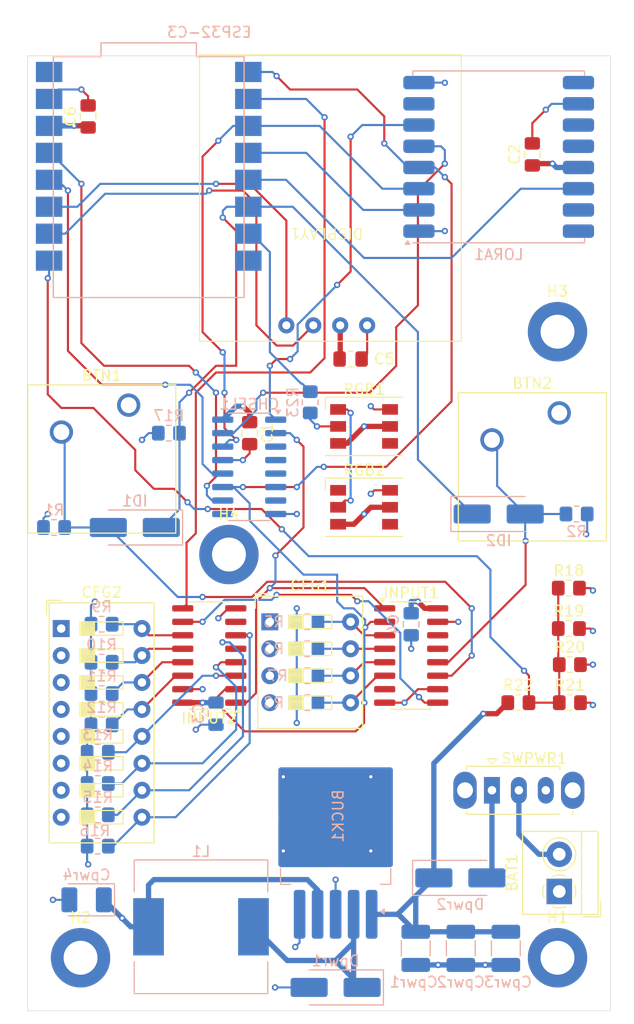
<source format=kicad_pcb>
(kicad_pcb (version 20221018) (generator pcbnew)
  (layers (0 "F.Cu" signal) (1 "In1.Cu" signal) (2 "In2.Cu" signal) (31 "B.Cu" signal) (34 "B.Paste" user) (35 "F.Paste" user) (36 "B.SilkS" user "B.Silkscreen") (37 "F.SilkS" user "F.Silkscreen") (38 "B.Mask" user) (39 "F.Mask" user) (44 "Edge.Cuts" user))
  (net 0 "")
  (net 1 "GND")
  (net 2 "VCC")
  (net 3 "Net-(ID1-A)")
  (net 4 "Net-(ID2-A)")
  (net 5 "/Power/VBATT")
  (net 6 "Net-(DISPLAY1-SCL)")
  (net 7 "Net-(DISPLAY1-SDA)")
  (net 8 "/INPUT_INT")
  (net 9 "/CLK")
  (net 10 "/LORA_INT")
  (net 11 "/Input/~{PL}")
  (net 12 "/Input/DO")
  (net 13 "Net-(BUCK1-OUT)")
  (net 14 "Net-(INPUT1-D7)")
  (net 15 "Net-(INPUT1-D6)")
  (net 16 "Net-(INPUT1-D5)")
  (net 17 "Net-(INPUT1-D4)")
  (net 18 "Net-(INPUT2-D7)")
  (net 19 "Net-(INPUT2-D6)")
  (net 20 "Net-(INPUT2-D5)")
  (net 21 "Net-(INPUT2-D4)")
  (net 22 "Net-(INPUT2-D3)")
  (net 23 "Net-(INPUT2-D2)")
  (net 24 "Net-(INPUT2-D1)")
  (net 25 "Net-(INPUT2-D0)")
  (net 27 "Net-(INPUT1-Q7)")
  (net 29 "Net-(CHSEL1-QB)")
  (net 36 "Net-(CHSEL1-~{SRCLR})")
  (net 37 "Net-(CHSEL1-RCLK)")
  (net 38 "Net-(CHSEL1-SER)")
  (net 39 "Net-(CHSEL1-QA)")
  (net 40 "Net-(ESP32-C3-GPIO0)")
  (net 42 "Net-(ESP32-C3-GPIO8)")
  (net 43 "Net-(ESP32-C3-GPIO20)")
  (net 51 "Net-(RGB1-DOUT)")
  (net 56 "Net-(Dpwr2-A)")
  (net 57 "Net-(INPUT1-D2)")
  (net 58 "Net-(INPUT1-D3)")
  (net 59 "Net-(BAT1-Pin_2)")
  (net 60 "Net-(RGB1-DIN)")
  (footprint "Capacitor_SMD:C_0805_2012Metric_Pad1.18x1.45mm_HandSolder" (layer "F.Cu") (at 130.955 85.56 -90)
    (fp_text reference "C1")
    (fp_text value "10nF")
  )
  (footprint "MountingHole:MountingHole_3.2mm_M3_DIN965_Pad" (layer "F.Cu") (at 160 76)
    (fp_text reference "H3")
    (fp_text value "MountingHole_Pad")
  )
  (footprint "Capacitor_SMD:C_0805_2012Metric_Pad1.18x1.45mm_HandSolder" (layer "F.Cu") (at 115.715 55.715 90)
    (fp_text reference "C6")
    (fp_text value "10nF")
  )
  (footprint "Button_Switch_Keyboard:SW_Cherry_MX_1.00u_PCB" (layer "F.Cu") (at 119.54 82.92)
    (fp_text reference "BTN1")
    (fp_text value "SW_Push")
  )
  (footprint "Resistor_SMD:R_0805_2012Metric_Pad1.20x1.40mm_HandSolder" (layer "F.Cu") (at 161.07 103.975)
    (fp_text reference "R19")
    (fp_text value "10k")
  )
  (footprint "Capacitor_SMD:C_0805_2012Metric_Pad1.18x1.45mm_HandSolder" (layer "F.Cu") (at 140.48 78.575)
    (fp_text reference "C5")
    (fp_text value "10nF")
  )
  (footprint "Package_SO:SOP-16_3.9x9.9mm_P1.27mm" (layer "F.Cu") (at 127.145 106.515 180)
    (fp_text reference "INPUT2")
    (fp_text value "74HC165")
  )
  (footprint "Resistor_SMD:R_0805_2012Metric_Pad1.20x1.40mm_HandSolder" (layer "F.Cu") (at 161.165 110.96)
    (fp_text reference "R21")
    (fp_text value "10k")
  )
  (footprint "Resistor_SMD:R_0805_2012Metric_Pad1.20x1.40mm_HandSolder" (layer "F.Cu") (at 161.165 107.375)
    (fp_text reference "R20")
    (fp_text value "10k")
  )
  (footprint "Capacitor_SMD:C_0805_2012Metric_Pad1.18x1.45mm_HandSolder" (layer "F.Cu") (at 157.625 59.2925 90)
    (fp_text reference "C2")
    (fp_text value "10nF")
  )
  (footprint "MountingHole:MountingHole_3.2mm_M3_DIN965_Pad" (layer "F.Cu") (at 115 135)
    (fp_text reference "H2")
    (fp_text value "MountingHole_Pad")
  )
  (footprint "Package_SO:SOP-16_3.9x9.9mm_P1.27mm" (layer "F.Cu") (at 146.195 106.515)
    (fp_text reference "INPUT1")
    (fp_text value "74HC165")
  )
  (footprint "Button_Switch_THT:SW_DIP_SPSTx04_Slide_9.78x12.34mm_W7.62mm_P2.54mm" (layer "F.Cu") (at 132.86 103.34)
    (fp_text reference "CFG1")
    (fp_text value "SW_DIP_x04")
  )
  (footprint "xandy1:SSD1315 I2C THT" (layer "F.Cu") (at 138.225 76.9 180)
    (fp_text reference "DISPLAY1")
    (fp_text value "SSD1315")
  )
  (footprint "LED_SMD:LED_WS2812_PLCC6_5.0x5.0mm_P1.6mm" (layer "F.Cu") (at 141.75 92.545)
    (fp_text reference "RGB2")
    (fp_text value "WS2812")
  )
  (footprint "Resistor_SMD:R_0805_2012Metric_Pad1.20x1.40mm_HandSolder" (layer "F.Cu") (at 161.07 100.165)
    (fp_text reference "R18")
    (fp_text value "10k")
  )
  (footprint "Resistor_SMD:R_0805_2012Metric_Pad1.20x1.40mm_HandSolder" (layer "F.Cu") (at 156.3075 110.96)
    (fp_text reference "R22")
    (fp_text value "10k")
  )
  (footprint "MountingHole:MountingHole_3.2mm_M3_DIN965_Pad" (layer "F.Cu") (at 129 97)
    (fp_text reference "H4")
    (fp_text value "MountingHole_Pad")
  )
  (footprint "xandy1:POWERSWITCH SLIDE THT" (layer "F.Cu") (at 153.815 119.215)
    (fp_text reference "SWPWR1")
    (fp_text value "SW_SPDT")
  )
  (footprint "Button_Switch_THT:SW_DIP_SPSTx08_Slide_9.78x22.5mm_W7.62mm_P2.54mm" (layer "F.Cu") (at 113.175 103.975)
    (fp_text reference "CFG2")
    (fp_text value "SW_DIP_x08")
  )
  (footprint "MountingHole:MountingHole_3.2mm_M3_DIN965_Pad" (layer "F.Cu") (at 160 135)
    (fp_text reference "H1")
    (fp_text value "MountingHole_Pad")
  )
  (footprint "LED_SMD:LED_WS2812_PLCC6_5.0x5.0mm_P1.6mm" (layer "F.Cu") (at 141.75 84.925)
    (fp_text reference "RGB1")
    (fp_text value "WS2812")
  )
  (footprint "Button_Switch_Keyboard:SW_Cherry_MX_1.00u_PCB" (layer "F.Cu") (at 160.165 83.655)
    (fp_text reference "BTN2")
    (fp_text value "SW_Push")
  )
  (footprint "TerminalBlock_4Ucon:TerminalBlock_4Ucon_1x02_P3.50mm_Horizontal" (layer "F.Cu") (at 160.165 128.75 90)
    (fp_text reference "BAT1")
    (fp_text value "Screw_Terminal_01x02")
  )
  (footprint "Capacitor_SMD:C_1210_3225Metric_Pad1.33x2.70mm_HandSolder" (layer "B.Cu") (at 146.625 134.1125 -90)
    (fp_text reference "Cpwr1")
    (fp_text value "47uF")
  )
  (footprint "Diode_SMD:D_SMA_Handsoldering" (layer "B.Cu") (at 154.45 93.18)
    (fp_text reference "ID2")
    (fp_text value "D_Schottky")
  )
  (footprint "Diode_SMD:D_SMA_Handsoldering" (layer "B.Cu") (at 139.065 137.795 180)
    (fp_text reference "Dpwr1")
    (fp_text value "D_Schottky")
  )
  (footprint "Resistor_SMD:R_0805_2012Metric_Pad1.20x1.40mm_HandSolder" (layer "B.Cu") (at 112.5 94.45 180)
    (fp_text reference "R1")
    (fp_text value "10k")
  )
  (footprint "Resistor_SMD:R_0805_2012Metric_Pad1.20x1.40mm_HandSolder" (layer "B.Cu") (at 116.985 113.05 180)
    (fp_text reference "R12")
    (fp_text value "10k")
  )
  (footprint "Package_TO_SOT_SMD:TO-263-5_TabPin3" (layer "B.Cu") (at 139.065 123.255 90)
    (fp_text reference "BUCK1")
    (fp_text value "LM2596S-3.3")
  )
  (footprint "Resistor_SMD:R_0805_2012Metric_Pad1.20x1.40mm_HandSolder" (layer "B.Cu") (at 123.335 85.56 180)
    (fp_text reference "R17")
    (fp_text value "10k")
  )
  (footprint "Resistor_SMD:R_0805_2012Metric_Pad1.20x1.40mm_HandSolder" (layer "B.Cu") (at 116.62 118.58 180)
    (fp_text reference "R14")
    (fp_text value "10k")
  )
  (footprint "Resistor_SMD:R_0805_2012Metric_Pad1.20x1.40mm_HandSolder" (layer "B.Cu") (at 116.985 107.15 180)
    (fp_text reference "R10")
    (fp_text value "10k")
  )
  (footprint "Diode_SMD:D_SMA_Handsoldering" (layer "B.Cu") (at 120.12 94.45 180)
    (fp_text reference "ID1")
    (fp_text value "D_Schottky")
  )
  (footprint "Diode_SMD:D_SMA_Handsoldering" (layer "B.Cu") (at 150.835 127.47)
    (fp_text reference "Dpwr2")
    (fp_text value "D_Schottky")
  )
  (footprint "Resistor_SMD:R_0805_2012Metric_Pad1.20x1.40mm_HandSolder" (layer "B.Cu") (at 136.67 82.655 -90)
    (fp_text reference "R23")
    (fp_text value "0")
  )
  (footprint "Resistor_SMD:R_0805_2012Metric_Pad1.20x1.40mm_HandSolder" (layer "B.Cu") (at 136.4 105.88 180)
    (fp_text reference "R6")
    (fp_text value "10k")
  )
  (footprint "Capacitor_SMD:C_1210_3225Metric_Pad1.33x2.70mm_HandSolder" (layer "B.Cu") (at 150.875 134.1125 -90)
    (fp_text reference "Cpwr2")
    (fp_text value "47uF")
  )
  (footprint "Resistor_SMD:R_0805_2012Metric_Pad1.20x1.40mm_HandSolder" (layer "B.Cu") (at 116.62 115.63 180)
    (fp_text reference "R13")
    (fp_text value "10k")
  )
  (footprint "Inductor_SMD:L_12x12mm_H6mm" (layer "B.Cu") (at 126.365 132.08 180)
    (fp_text reference "L1")
    (fp_text value "33H")
  )
  (footprint "Resistor_SMD:R_0805_2012Metric_Pad1.20x1.40mm_HandSolder" (layer "B.Cu") (at 161.8 93.18)
    (fp_text reference "R2")
    (fp_text value "10k")
  )
  (footprint "Capacitor_Tantalum_SMD:CP_EIA-3528-21_Kemet-B_Pad1.50x2.35mm_HandSolder" (layer "B.Cu") (at 115.57 129.54 180)
    (fp_text reference "Cpwr4")
    (fp_text value "220uF")
  )
  (footprint "Resistor_SMD:R_0805_2012Metric_Pad1.20x1.40mm_HandSolder" (layer "B.Cu") (at 116.985 103.565 180)
    (fp_text reference "R9")
    (fp_text value "10k")
  )
  (footprint "RF_Module:HOPERF_RFM9XW_SMD" (layer "B.Cu") (at 154.45 59.525)
    (fp_text reference "LORA1")
    (fp_text value "RFM95W-915S2")
  )
  (footprint "Package_SO:SOP-16_3.9x9.9mm_P1.27mm" (layer "B.Cu") (at 130.915 88.735 180)
    (fp_text reference "CHSEL1")
    (fp_text value "74HC595")
  )
  (footprint "Capacitor_SMD:C_0805_2012Metric_Pad1.18x1.45mm_HandSolder" (layer "B.Cu") (at 146.195 103.5725 -90)
    (fp_text reference "C4")
    (fp_text value "10nF")
  )
  (footprint "Capacitor_SMD:C_1210_3225Metric_Pad1.33x2.70mm_HandSolder" (layer "B.Cu") (at 155.125 134.1125 -90)
    (fp_text reference "Cpwr3")
    (fp_text value "47uF")
  )
  (footprint "xandy1:MODULE_ESP32-C3_SUPERMINI SMD" (layer "B.Cu") (at 121.43 61.43 180)
    (fp_text reference "ESP32-C3")
    (fp_text value "ESP32-C3_SUPERMINI")
  )
  (footprint "Resistor_SMD:R_0805_2012Metric_Pad1.20x1.40mm_HandSolder" (layer "B.Cu") (at 116.62 124.48 180)
    (fp_text reference "R16")
    (fp_text value "10k")
  )
  (footprint "Resistor_SMD:R_0805_2012Metric_Pad1.20x1.40mm_HandSolder" (layer "B.Cu") (at 116.985 110.1 180)
    (fp_text reference "R11")
    (fp_text value "10k")
  )
  (footprint "Resistor_SMD:R_0805_2012Metric_Pad1.20x1.40mm_HandSolder" (layer "B.Cu") (at 136.4 108.42 180)
    (fp_text reference "R7")
    (fp_text value "10k")
  )
  (footprint "Resistor_SMD:R_0805_2012Metric_Pad1.20x1.40mm_HandSolder" (layer "B.Cu") (at 116.62 121.53 180)
    (fp_text reference "R15")
    (fp_text value "10k")
  )
  (footprint "Resistor_SMD:R_0805_2012Metric_Pad1.20x1.40mm_HandSolder" (layer "B.Cu") (at 136.4 110.96 180)
    (fp_text reference "R8")
    (fp_text value "10k")
  )
  (footprint "Resistor_SMD:R_0805_2012Metric_Pad1.20x1.40mm_HandSolder" (layer "B.Cu") (at 136.4 103.34 180)
    (fp_text reference "R5")
    (fp_text value "10k")
  )
  (footprint "Capacitor_SMD:C_0805_2012Metric_Pad1.18x1.45mm_HandSolder" (layer "B.Cu") (at 127.78 111.9975 -90)
    (fp_text reference "C3")
    (fp_text value "10nF")
  )
  (gr_rect (start 110 50) (end 165 140) (stroke (width 0.05)) (fill none) (layer "Edge.Cuts"))
  (segment (start 157.625 58.255) (end 157.625 56.35) (width 0.2) (layer "F.Cu") (net 1))
  (segment (start 142.039321 78.053179) (end 141.5175 78.575) (width 0.2) (layer "F.Cu") (net 1))
  (segment (start 162.07 100.165) (end 163.115 100.165) (width 0.2) (layer "F.Cu") (net 1))
  (segment (start 143.695 110.96) (end 145.56 110.96) (width 0.2) (layer "F.Cu") (net 1))
  (segment (start 124.645 109.69) (end 126.51 109.69) (width 0.2) (layer "F.Cu") (net 1))
  (segment (start 115.715 53.81) (end 115.08 53.175) (width 0.2) (layer "F.Cu") (net 1))
  (segment (start 130.955 86.5975) (end 130.955 87.465) (width 0.2) (layer "F.Cu") (net 1))
  (segment (start 163.115 110.96) (end 163.34 111.185) (width 0.2) (layer "F.Cu") (net 1))
  (segment (start 142.039321 75.4) (end 142.039321 78.053179) (width 0.2) (layer "F.Cu") (net 1))
  (segment (start 162.07 103.975) (end 163.115 103.975) (width 0.2) (layer "F.Cu") (net 1))
  (segment (start 163.115 103.975) (end 163.34 104.2) (width 0.2) (layer "F.Cu") (net 1))
  (segment (start 130.955 87.465) (end 130.32 88.1) (width 0.2) (layer "F.Cu") (net 1))
  (segment (start 148.695 103.34) (end 150.64 103.34) (width 0.2) (layer "F.Cu") (net 1))
  (segment (start 146.83 109.69) (end 145.56 110.96) (width 0.2) (layer "F.Cu") (net 1))
  (segment (start 157.625 56.35) (end 158.895 55.08) (width 0.2) (layer "F.Cu") (net 1))
  (segment (start 148.695 109.69) (end 146.83 109.69) (width 0.2) (layer "F.Cu") (net 1))
  (segment (start 162.165 107.375) (end 163.34 107.375) (width 0.2) (layer "F.Cu") (net 1))
  (segment (start 144.2 90.945) (end 142.715 90.945) (width 0.2) (layer "F.Cu") (net 1))
  (segment (start 142.715 90.945) (end 142.385 91.275) (width 0.2) (layer "F.Cu") (net 1))
  (segment (start 162.165 110.96) (end 163.115 110.96) (width 0.2) (layer "F.Cu") (net 1))
  (segment (start 128.93 102.07) (end 128 103) (width 0.2) (layer "F.Cu") (net 1))
  (segment (start 144.2 83.325) (end 142.69 83.325) (width 0.2) (layer "F.Cu") (net 1))
  (segment (start 115.715 54.6775) (end 115.715 53.81) (width 0.2) (layer "F.Cu") (net 1))
  (segment (start 142.69 83.325) (end 142.385 83.02) (width 0.2) (layer "F.Cu") (net 1))
  (segment (start 163.115 100.165) (end 163.34 100.39) (width 0.2) (layer "F.Cu") (net 1))
  (via (at 163.34 111.185) (size 0.6) (drill 0.3) (layers "F.Cu" "B.Cu") (net 1))
  (via (at 126.51 109.69) (size 0.6) (drill 0.3) (layers "F.Cu" "B.Cu") (net 1))
  (via (at 149.37 66.51) (size 0.6) (drill 0.3) (layers "F.Cu" "B.Cu") (net 1))
  (via (at 142.385 91.275) (size 0.6) (drill 0.3) (layers "F.Cu" "B.Cu") (net 1))
  (via (at 125.875 113.5) (size 0.6) (drill 0.3) (layers "F.Cu" "B.Cu") (net 1))
  (via (at 148.735 135.675) (size 0.6) (drill 0.3) (layers "F.Cu" "B.Cu") (net 1))
  (via (at 150.64 103.34) (size 0.6) (drill 0.3) (layers "F.Cu" "B.Cu") (net 1))
  (via (at 135.4 112.865) (size 0.6) (drill 0.3) (layers "F.Cu" "B.Cu") (net 1))
  (via (at 163.34 104.2) (size 0.6) (drill 0.3) (layers "F.Cu" "B.Cu") (net 1))
  (via (at 163.34 107.375) (size 0.6) (drill 0.3) (layers "F.Cu" "B.Cu") (net 1))
  (via (at 162.705 95.085) (size 0.6) (drill 0.3) (layers "F.Cu" "B.Cu") (net 1))
  (via (at 142.385 83.02) (size 0.6) (drill 0.3) (layers "F.Cu" "B.Cu") (net 1))
  (via (at 130.32 88.1) (size 0.6) (drill 0.3) (layers "F.Cu" "B.Cu") (net 1))
  (via (at 111.905 93.18) (size 0.6) (drill 0.3) (layers "F.Cu" "B.Cu") (net 1))
  (via (at 142.385 124.93) (size 0.6) (drill 0.3) (layers "F.Cu" "B.Cu") (net 1))
  (via (at 135.4 102.07) (size 0.6) (drill 0.3) (layers "F.Cu" "B.Cu") (net 1))
  (via (at 139.065 127.635) (size 0.6) (drill 0.3) (layers "F.Cu" "B.Cu") (net 1))
  (via (at 146.195 105.88) (size 0.6) (drill 0.3) (layers "F.Cu" "B.Cu") (net 1))
  (via (at 115.715 126.2) (size 0.6) (drill 0.3) (layers "F.Cu" "B.Cu") (net 1))
  (via (at 116.35 101.435) (size 0.6) (drill 0.3) (layers "F.Cu" "B.Cu") (net 1))
  (via (at 158.895 55.08) (size 0.6) (drill 0.3) (layers "F.Cu" "B.Cu") (net 1))
  (via (at 145.56 110.96) (size 0.6) (drill 0.3) (layers "F.Cu" "B.Cu") (net 1))
  (via (at 135.4 93.18) (size 0.6) (drill 0.3) (layers "F.Cu" "B.Cu") (net 1))
  (via (at 133.35 137.795) (size 0.6) (drill 0.3) (layers "F.Cu" "B.Cu") (net 1))
  (via (at 128 103) (size 0.6) (drill 0.3) (layers "F.Cu" "B.Cu") (net 1))
  (via (at 163.34 100.39) (size 0.6) (drill 0.3) (layers "F.Cu" "B.Cu") (net 1))
  (via (at 134.13 117.945) (size 0.6) (drill 0.3) (layers "F.Cu" "B.Cu") (net 1))
  (via (at 142.385 117.945) (size 0.6) (drill 0.3) (layers "F.Cu" "B.Cu") (net 1))
  (via (at 120.795 86.195) (size 0.6) (drill 0.3) (layers "F.Cu" "B.Cu") (net 1))
  (via (at 149.37 52.54) (size 0.6) (drill 0.3) (layers "F.Cu" "B.Cu") (net 1))
  (via (at 112.395 129.54) (size 0.6) (drill 0.3) (layers "F.Cu" "B.Cu") (net 1))
  (via (at 115.08 53.175) (size 0.6) (drill 0.3) (layers "F.Cu" "B.Cu") (net 1))
  (via (at 134.13 124.93) (size 0.6) (drill 0.3) (layers "F.Cu" "B.Cu") (net 1))
  (via (at 135.255 133.985) (size 0.6) (drill 0.3) (layers "F.Cu" "B.Cu") (net 1))
  (via (at 153.18 135.675) (size 0.6) (drill 0.3) (layers "F.Cu" "B.Cu") (net 1))
  (segment (start 148.735 135.675) (end 150.875 135.675) (width 0.5) (layer "B.Cu") (net 1))
  (segment (start 115.62 124.48) (end 115.62 121.53) (width 0.2) (layer "B.Cu") (net 1))
  (segment (start 162.8 93.18) (end 162.8 94.99) (width 0.2) (layer "B.Cu") (net 1))
  (segment (start 113.945 129.54) (end 112.395 129.54) (width 0.2) (layer "B.Cu") (net 1))
  (segment (start 115.62 118.58) (end 115.62 115.63) (width 0.2) (layer "B.Cu") (net 1))
  (segment (start 150.875 135.675) (end 153.18 135.675) (width 0.5) (layer "B.Cu") (net 1))
  (segment (start 149.355 66.525) (end 149.37 66.51) (width 0.2) (layer "B.Cu") (net 1))
  (segment (start 135.4 103.34) (end 135.4 102.07) (width 0.2) (layer "B.Cu") (net 1))
  (segment (start 115.985 103.565) (end 115.985 107.15) (width 0.2) (layer "B.Cu") (net 1))
  (segment (start 135.4 108.42) (end 135.4 110.96) (width 0.2) (layer "B.Cu") (net 1))
  (segment (start 149.355 52.525) (end 149.37 52.54) (width 0.2) (layer "B.Cu") (net 1))
  (segment (start 115.985 113.05) (end 115.985 110.1) (width 0.2) (layer "B.Cu") (net 1))
  (segment (start 115.08 53.175) (end 112.921 53.175) (width 0.2) (layer "B.Cu") (net 1))
  (segment (start 127.78 113.035) (end 126.34 113.035) (width 0.2) (layer "B.Cu") (net 1))
  (segment (start 133.415 93.18) (end 135.4 93.18) (width 0.2) (layer "B.Cu") (net 1))
  (segment (start 111.5 93.585) (end 111.905 93.18) (width 0.2) (layer "B.Cu") (net 1))
  (segment (start 115.62 115.63) (end 115.62 113.415) (width 0.2) (layer "B.Cu") (net 1))
  (segment (start 135.665 133.575) (end 135.255 133.985) (width 0.2) (layer "B.Cu") (net 1))
  (segment (start 135.665 130.905) (end 135.665 133.575) (width 0.2) (layer "B.Cu") (net 1))
  (segment (start 121.43 85.56) (end 120.795 86.195) (width 0.2) (layer "B.Cu") (net 1))
  (segment (start 159.45 54.525) (end 161.975 54.525) (width 0.2) (layer "B.Cu") (net 1))
  (segment (start 122.335 85.56) (end 121.43 85.56) (width 0.2) (layer "B.Cu") (net 1))
  (segment (start 111.5 94.45) (end 111.5 93.585) (width 0.2) (layer "B.Cu") (net 1))
  (segment (start 146.195 104.61) (end 146.195 105.88) (width 0.2) (layer "B.Cu") (net 1))
  (segment (start 115.985 101.8) (end 116.35 101.435) (width 0.2) (layer "B.Cu") (net 1))
  (segment (start 136.565 137.795) (end 133.35 137.795) (width 0.2) (layer "B.Cu") (net 1))
  (segment (start 146.925 66.525) (end 149.355 66.525) (width 0.2) (layer "B.Cu") (net 1))
  (segment (start 139.065 130.905) (end 139.065 127.635) (width 0.2) (layer "B.Cu") (net 1))
  (segment (start 135.4 110.96) (end 135.4 112.865) (width 0.2) (layer "B.Cu") (net 1))
  (segment (start 126.34 113.035) (end 125.875 113.5) (width 0.2) (layer "B.Cu") (net 1))
  (segment (start 135.4 105.88) (end 135.4 108.42) (width 0.2) (layer "B.Cu") (net 1))
  (segment (start 115.62 124.48) (end 115.62 126.105) (width 0.2) (layer "B.Cu") (net 1))
  (segment (start 130.32 88.1) (end 128.415 88.1) (width 0.2) (layer "B.Cu") (net 1))
  (segment (start 146.925 52.525) (end 149.355 52.525) (width 0.2) (layer "B.Cu") (net 1))
  (segment (start 115.985 103.565) (end 115.985 101.8) (width 0.2) (layer "B.Cu") (net 1))
  (segment (start 112.921 53.175) (end 112.032 54.064) (width 0.2) (layer "B.Cu") (net 1))
  (segment (start 146.625 135.675) (end 148.735 135.675) (width 0.5) (layer "B.Cu") (net 1))
  (segment (start 153.18 135.675) (end 155.125 135.675) (width 0.5) (layer "B.Cu") (net 1))
  (segment (start 158.895 55.08) (end 159.45 54.525) (width 0.2) (layer "B.Cu") (net 1))
  (segment (start 115.985 110.1) (end 115.985 107.15) (width 0.2) (layer "B.Cu") (net 1))
  (segment (start 115.62 126.105) (end 115.715 126.2) (width 0.2) (layer "B.Cu") (net 1))
  (segment (start 135.4 103.34) (end 135.4 105.88) (width 0.2) (layer "B.Cu") (net 1))
  (segment (start 162.8 94.99) (end 162.705 95.085) (width 0.2) (layer "B.Cu") (net 1))
  (segment (start 115.62 121.53) (end 115.62 118.58) (width 0.2) (layer "B.Cu") (net 1))
  (segment (start 139.3 86.525) (end 140.15 86.525) (width 0.5) (layer "F.Cu") (net 2))
  (segment (start 159.53 60.16) (end 157.795 60.16) (width 0.5) (layer "F.Cu") (net 2))
  (segment (start 130.955 83.655) (end 130.32 83.02) (width 0.5) (layer "F.Cu") (net 2))
  (segment (start 147.465 102.07) (end 146.83 101.435) (width 0.5) (layer "F.Cu") (net 2))
  (segment (start 144.2 84.925) (end 141.75 84.925) (width 0.5) (layer "F.Cu") (net 2))
  (segment (start 140.15 86.525) (end 141.75 84.925) (width 0.5) (layer "F.Cu") (net 2))
  (segment (start 148.695 102.07) (end 147.465 102.07) (width 0.5) (layer "F.Cu") (net 2))
  (segment (start 124.645 110.96) (end 126.51 110.96) (width 0.5) (layer "F.Cu") (net 2))
  (segment (start 142.385 92.545) (end 141.75 93.18) (width 0.5) (layer "F.Cu") (net 2))
  (segment (start 144.2 92.545) (end 142.385 92.545) (width 0.5) (layer "F.Cu") (net 2))
  (segment (start 114.384634 56.594498) (end 115.556998 56.594498) (width 0.5) (layer "F.Cu") (net 2))
  (segment (start 139.499321 75.4) (end 139.499321 78.518179) (width 0.5) (layer "F.Cu") (net 2))
  (segment (start 140.785 94.145) (end 141.75 93.18) (width 0.5) (layer "F.Cu") (net 2))
  (segment (start 130.955 84.5225) (end 130.955 83.655) (width 0.5) (layer "F.Cu") (net 2))
  (segment (start 139.3 94.145) (end 140.785 94.145) (width 0.5) (layer "F.Cu") (net 2))
  (via (at 141.75 84.925) (size 0.6) (drill 0.3) (layers "F.Cu" "B.Cu") (net 2))
  (via (at 118.9225 131.2675) (size 0.6) (drill 0.3) (layers "F.Cu" "B.Cu") (net 2))
  (via (at 114.384634 56.594498) (size 0.6) (drill 0.3) (layers "F.Cu" "B.Cu") (net 2))
  (via (at 130.32 83.02) (size 0.6) (drill 0.3) (layers "F.Cu" "B.Cu") (net 2))
  (via (at 146.83 101.435) (size 0.6) (drill 0.3) (layers "F.Cu" "B.Cu") (net 2))
  (via (at 159.53 60.16) (size 0.6) (drill 0.3) (layers "F.Cu" "B.Cu") (net 2))
  (via (at 141.75 93.18) (size 0.6) (drill 0.3) (layers "F.Cu" "B.Cu") (net 2))
  (via (at 126.51 110.96) (size 0.6) (drill 0.3) (layers "F.Cu" "B.Cu") (net 2))
  (segment (start 112.032 56.604) (end 114.375132 56.604) (width 0.5) (layer "B.Cu") (net 2))
  (segment (start 121.92 127.635) (end 121.415 128.14) (width 0.5) (layer "B.Cu") (net 2))
  (segment (start 129.685 83.02) (end 128.415 84.29) (width 0.5) (layer "B.Cu") (net 2))
  (segment (start 146.83 101.435) (end 146.195 101.435) (width 0.5) (layer "B.Cu") (net 2))
  (segment (start 119.735 132.08) (end 118.9225 131.2675) (width 0.5) (layer "B.Cu") (net 2))
  (segment (start 127.78 110.96) (end 126.51 110.96) (width 0.5) (layer "B.Cu") (net 2))
  (segment (start 114.375132 56.604) (end 114.384634 56.594498) (width 0.5) (layer "B.Cu") (net 2))
  (segment (start 121.415 132.08) (end 119.735 132.08) (width 0.5) (layer "B.Cu") (net 2))
  (segment (start 118.9225 131.2675) (end 117.195 129.54) (width 0.5) (layer "B.Cu") (net 2))
  (segment (start 137.365 130.905) (end 137.365 128.605) (width 0.5) (layer "B.Cu") (net 2))
  (segment (start 137.365 128.605) (end 136.395 127.635) (width 0.5) (layer "B.Cu") (net 2))
  (segment (start 159.895 60.525) (end 159.53 60.16) (width 0.5) (layer "B.Cu") (net 2))
  (segment (start 136.395 127.635) (end 121.92 127.635) (width 0.5) (layer "B.Cu") (net 2))
  (segment (start 146.195 102.535) (end 146.195 101.435) (width 0.5) (layer "B.Cu") (net 2))
  (segment (start 161.975 60.525) (end 159.895 60.525) (width 0.5) (layer "B.Cu") (net 2))
  (segment (start 121.415 128.14) (end 121.415 132.08) (width 0.5) (layer "B.Cu") (net 2))
  (segment (start 130.32 83.02) (end 129.685 83.02) (width 0.5) (layer "B.Cu") (net 2))
  (segment (start 148.695 108.42) (end 150.005 108.42) (width 0.2) (layer "F.Cu") (net 3))
  (segment (start 150.005 108.42) (end 151.91 106.515) (width 0.2) (layer "F.Cu") (net 3))
  (segment (start 126.51 101) (end 131.176471 101) (width 0.2) (layer "F.Cu") (net 3))
  (segment (start 132.611471 99.565) (end 149.405 99.565) (width 0.2) (layer "F.Cu") (net 3))
  (segment (start 149.405 99.565) (end 151.91 102.07) (width 0.2) (layer "F.Cu") (net 3))
  (segment (start 131.176471 101) (end 132.611471 99.565) (width 0.2) (layer "F.Cu") (net 3))
  (via (at 151.91 106.515) (size 0.6) (drill 0.3) (layers "F.Cu" "B.Cu") (net 3))
  (via (at 126.51 101) (size 0.6) (drill 0.3) (layers "F.Cu" "B.Cu") (net 3))
  (via (at 151.91 102.07) (size 0.6) (drill 0.3) (layers "F.Cu" "B.Cu") (net 3))
  (segment (start 113.5 94.45) (end 113.5 86.52) (width 0.2) (layer "B.Cu") (net 3))
  (segment (start 124.17 101) (end 117.62 94.45) (width 0.2) (layer "B.Cu") (net 3))
  (segment (start 113.5 94.45) (end 117.62 94.45) (width 0.2) (layer "B.Cu") (net 3))
  (segment (start 126.51 101) (end 124.17 101) (width 0.2) (layer "B.Cu") (net 3))
  (segment (start 151.91 106.515) (end 151.91 102.07) (width 0.2) (layer "B.Cu") (net 3))
  (segment (start 149.694999 107.15) (end 156.99 99.854999) (width 0.2) (layer "F.Cu") (net 4))
  (segment (start 156.99 99.854999) (end 156.99 95.72) (width 0.2) (layer "F.Cu") (net 4))
  (segment (start 148.695 107.15) (end 149.694999 107.15) (width 0.2) (layer "F.Cu") (net 4))
  (via (at 156.99 95.72) (size 0.6) (drill 0.3) (layers "F.Cu" "B.Cu") (net 4))
  (segment (start 156.95 93.18) (end 154.305 90.535) (width 0.2) (layer "B.Cu") (net 4))
  (segment (start 156.99 95.72) (end 156.95 95.68) (width 0.2) (layer "B.Cu") (net 4))
  (segment (start 154.305 90.535) (end 154.305 86.685) (width 0.2) (layer "B.Cu") (net 4))
  (segment (start 156.95 93.18) (end 160.8 93.18) (width 0.2) (layer "B.Cu") (net 4))
  (segment (start 156.95 95.68) (end 156.95 93.18) (width 0.2) (layer "B.Cu") (net 4))
  (segment (start 153 112) (end 154.2675 112) (width 0.5) (layer "F.Cu") (net 5))
  (segment (start 154.2675 112) (end 155.3075 110.96) (width 0.5) (layer "F.Cu") (net 5))
  (via (at 153 112) (size 0.6) (drill 0.3) (layers "F.Cu" "B.Cu") (net 5))
  (segment (start 148.335 127.47) (end 148.335 116.665) (width 0.5) (layer "B.Cu") (net 5))
  (segment (start 155.125 132.55) (end 150.875 132.55) (width 0.5) (layer "B.Cu") (net 5))
  (segment (start 144.98 130.905) (end 144.98 130.825) (width 0.5) (layer "B.Cu") (net 5))
  (segment (start 146.625 132.55) (end 144.98 130.905) (width 0.5) (layer "B.Cu") (net 5))
  (segment (start 148.335 127.47) (end 146.625 129.18) (width 0.5) (layer "B.Cu") (net 5))
  (segment (start 144.98 130.825) (end 146.625 129.18) (width 0.5) (layer "B.Cu") (net 5))
  (segment (start 148.335 116.665) (end 153 112) (width 0.5) (layer "B.Cu") (net 5))
  (segment (start 144.98 130.825) (end 144.9 130.905) (width 0.5) (layer "B.Cu") (net 5))
  (segment (start 144.9 130.905) (end 142.465 130.905) (width 0.5) (layer "B.Cu") (net 5))
  (segment (start 150.875 132.55) (end 146.625 132.55) (width 0.5) (layer "B.Cu") (net 5))
  (segment (start 146.625 129.18) (end 146.625 132.55) (width 0.5) (layer "B.Cu") (net 5))
  (segment (start 127.145 62.7) (end 130.32 62.7) (width 0.2) (layer "F.Cu") (net 6))
  (segment (start 130.32 62.7) (end 131.59 63.97) (width 0.2) (layer "F.Cu") (net 6))
  (segment (start 131.59 75.4) (end 133.495 77.305) (width 0.2) (layer "F.Cu") (net 6))
  (segment (start 135.054321 77.305) (end 136.959321 75.4) (width 0.2) (layer "F.Cu") (net 6))
  (segment (start 131.59 63.97) (end 131.59 75.4) (width 0.2) (layer "F.Cu") (net 6))
  (segment (start 133.495 77.305) (end 135.054321 77.305) (width 0.2) (layer "F.Cu") (net 6))
  (via (at 127.145 62.7) (size 0.6) (drill 0.3) (layers "F.Cu" "B.Cu") (net 6))
  (segment (start 113.556 66.764) (end 112.032 66.764) (width 0.2) (layer "B.Cu") (net 6))
  (segment (start 126.845 63) (end 117.32 63) (width 0.2) (layer "B.Cu") (net 6))
  (segment (start 127.145 62.7) (end 126.845 63) (width 0.2) (layer "B.Cu") (net 6))
  (segment (start 117.32 63) (end 113.556 66.764) (width 0.2) (layer "B.Cu") (net 6))
  (segment (start 134.419321 65.529321) (end 134.419321 75.4) (width 0.2) (layer "F.Cu") (net 7))
  (segment (start 130.955 62.065) (end 134.419321 65.529321) (width 0.2) (layer "F.Cu") (net 7))
  (segment (start 127.78 62.065) (end 130.955 62.065) (width 0.2) (layer "F.Cu") (net 7))
  (via (at 127.78 62.065) (size 0.6) (drill 0.3) (layers "F.Cu" "B.Cu") (net 7))
  (segment (start 114.699 64.224) (end 112.032 64.224) (width 0.2) (layer "B.Cu") (net 7))
  (segment (start 127.78 62.065) (end 116.858 62.065) (width 0.2) (layer "B.Cu") (net 7))
  (segment (start 116.858 62.065) (end 114.699 64.224) (width 0.2) (layer "B.Cu") (net 7))
  (segment (start 129.685 66.51) (end 128.415 65.24) (width 0.2) (layer "F.Cu") (net 8))
  (segment (start 129.685 79.21) (end 129.685 66.51) (width 0.2) (layer "F.Cu") (net 8))
  (segment (start 127.78 79.21) (end 129.685 79.21) (width 0.2) (layer "F.Cu") (net 8))
  (segment (start 125.24 81.75) (end 127.78 79.21) (width 0.2) (layer "F.Cu") (net 8))
  (via (at 125.24 81.75) (size 0.6) (drill 0.3) (layers "F.Cu" "B.Cu") (net 8))
  (via (at 128.415 65.24) (size 0.6) (drill 0.3) (layers "F.Cu" "B.Cu") (net 8))
  (segment (start 135.019 64.224) (end 130.828 64.224) (width 0.2) (layer "B.Cu") (net 8))
  (segment (start 128.415 64.605) (end 128.796 64.224) (width 0.2) (layer "B.Cu") (net 8))
  (segment (start 146.83 88.06) (end 146.83 76.035) (width 0.2) (layer "B.Cu") (net 8))
  (segment (start 128.796 64.224) (end 130.828 64.224) (width 0.2) (layer "B.Cu") (net 8))
  (segment (start 151.95 93.18) (end 146.83 88.06) (width 0.2) (layer "B.Cu") (net 8))
  (segment (start 146.83 76.035) (end 135.019 64.224) (width 0.2) (layer "B.Cu") (net 8))
  (segment (start 128.415 65.24) (end 128.415 64.605) (width 0.2) (layer "B.Cu") (net 8))
  (segment (start 124.335 92.735) (end 124.335 85.56) (width 0.2) (layer "B.Cu") (net 8))
  (segment (start 124.335 85.56) (end 124.335 82.655) (width 0.2) (layer "B.Cu") (net 8))
  (segment (start 124.335 82.655) (end 125.24 81.75) (width 0.2) (layer "B.Cu") (net 8))
  (segment (start 122.62 94.45) (end 124.335 92.735) (width 0.2) (layer "B.Cu") (net 8))
  (segment (start 142.385 103.34) (end 141.856411 103.868589) (width 0.2) (layer "F.Cu") (net 9))
  (segment (start 143.655 55.715) (end 141.115 53.175) (width 0.2) (layer "F.Cu") (net 9))
  (segment (start 130.485 113.665) (end 140.95 113.665) (width 0.2) (layer "F.Cu") (net 9))
  (segment (start 134.765 53.175) (end 133.495 51.905) (width 0.2) (layer "F.Cu") (net 9))
  (segment (start 137.94 88.735) (end 143.84 88.735) (width 0.2) (layer "F.Cu") (net 9))
  (segment (start 141.75 112.865) (end 141.75 110.989503) (width 0.2) (layer "F.Cu") (net 9))
  (segment (start 128.645001 109.69) (end 127.78 110.555001) (width 0.2) (layer "F.Cu") (net 9))
  (segment (start 130.32 90.64) (end 135.4 90.64) (width 0.2) (layer "F.Cu") (net 9))
  (segment (start 141.75 110.989503) (end 141.779503 110.96) (width 0.2) (layer "F.Cu") (net 9))
  (segment (start 150.005 62.065) (end 149.37 61.43) (width 0.2) (layer "F.Cu") (net 9))
  (segment (start 143.655 58.255) (end 143.655 55.715) (width 0.2) (layer "F.Cu") (net 9))
  (segment (start 150.005 82.57) (end 150.005 62.065) (width 0.2) (layer "F.Cu") (net 9))
  (segment (start 127.78 110.96) (end 130.485 113.665) (width 0.2) (layer "F.Cu") (net 9))
  (segment (start 127.78 110.555001) (end 127.78 110.96) (width 0.2) (layer "F.Cu") (net 9))
  (segment (start 143.695 103.34) (end 142.385 103.34) (width 0.2) (layer "F.Cu") (net 9))
  (segment (start 140.95 113.665) (end 141.75 112.865) (width 0.2) (layer "F.Cu") (net 9))
  (segment (start 141.115 53.175) (end 134.765 53.175) (width 0.2) (layer "F.Cu") (net 9))
  (segment (start 129.645 109.69) (end 128.645001 109.69) (width 0.2) (layer "F.Cu") (net 9))
  (segment (start 143.84 88.735) (end 150.005 82.57) (width 0.2) (layer "F.Cu") (net 9))
  (via (at 149.37 61.43) (size 0.6) (drill 0.3) (layers "F.Cu" "B.Cu") (net 9))
  (via (at 141.856411 103.868589) (size 0.6) (drill 0.3) (layers "F.Cu" "B.Cu") (net 9))
  (via (at 137.94 88.735) (size 0.6) (drill 0.3) (layers "F.Cu" "B.Cu") (net 9))
  (via (at 133.495 51.905) (size 0.6) (drill 0.3) (layers "F.Cu" "B.Cu") (net 9))
  (via (at 135.4 90.64) (size 0.6) (drill 0.3) (layers "F.Cu" "B.Cu") (net 9))
  (via (at 143.655 58.255) (size 0.6) (drill 0.3) (layers "F.Cu" "B.Cu") (net 9))
  (via (at 141.779503 110.96) (size 0.6) (drill 0.3) (layers "F.Cu" "B.Cu") (net 9))
  (via (at 130.32 90.64) (size 0.6) (drill 0.3) (layers "F.Cu" "B.Cu") (net 9))
  (segment (start 136.035 98.895) (end 130.955 93.815) (width 0.2) (layer "B.Cu") (net 9))
  (segment (start 141.779503 104.004503) (end 141.75 103.975) (width 0.2) (layer "B.Cu") (net 9))
  (segment (start 145.925 60.525) (end 143.655 58.255) (width 0.2) (layer "B.Cu") (net 9))
  (segment (start 139.21 98.895) (end 136.035 98.895) (width 0.2) (layer "B.Cu") (net 9))
  (segment (start 129.414999 90.64) (end 128.415 90.64) (width 0.2) (layer "B.Cu") (net 9))
  (segment (start 133.114 51.524) (end 130.828 51.524) (width 0.2) (layer "B.Cu") (net 9))
  (segment (start 141.856411 103.160776) (end 140.765635 102.07) (width 0.2) (layer "B.Cu") (net 9))
  (segment (start 130.955 92.180001) (end 129.414999 90.64) (width 0.2) (layer "B.Cu") (net 9))
  (segment (start 139.21 101.435) (end 139.21 98.895) (width 0.2) (layer "B.Cu") (net 9))
  (segment (start 141.856411 103.868589) (end 141.856411 103.160776) (width 0.2) (layer "B.Cu") (net 9))
  (segment (start 135.4 90.64) (end 137.305 88.735) (width 0.2) (layer "B.Cu") (net 9))
  (segment (start 133.495 51.905) (end 133.114 51.524) (width 0.2) (layer "B.Cu") (net 9))
  (segment (start 137.305 88.735) (end 137.94 88.735) (width 0.2) (layer "B.Cu") (net 9))
  (segment (start 149.37 61.43) (end 148.465 60.525) (width 0.2) (layer "B.Cu") (net 9))
  (segment (start 130.955 93.815) (end 130.955 92.180001) (width 0.2) (layer "B.Cu") (net 9))
  (segment (start 141.779503 110.96) (end 141.779503 104.004503) (width 0.2) (layer "B.Cu") (net 9))
  (segment (start 139.845 102.07) (end 139.21 101.435) (width 0.2) (layer "B.Cu") (net 9))
  (segment (start 140.765635 102.07) (end 139.845 102.07) (width 0.2) (layer "B.Cu") (net 9))
  (segment (start 128.415 90.64) (end 130.32 90.64) (width 0.2) (layer "B.Cu") (net 9))
  (segment (start 148.465 60.525) (end 146.925 60.525) (width 0.2) (layer "B.Cu") (net 9))
  (segment (start 161.975 62.525) (end 156.53 62.525) (width 0.2) (layer "B.Cu") (net 10))
  (segment (start 156.53 62.525) (end 150.005 69.05) (width 0.2) (layer "B.Cu") (net 10))
  (segment (start 141.75 69.05) (end 134.384 61.684) (width 0.2) (layer "B.Cu") (net 10))
  (segment (start 150.005 69.05) (end 141.75 69.05) (width 0.2) (layer "B.Cu") (net 10))
  (segment (start 134.384 61.684) (end 130.828 61.684) (width 0.2) (layer "B.Cu") (net 10))
  (segment (start 141.79 100.165) (end 143.695 102.07) (width 0.2) (layer "F.Cu") (net 11))
  (segment (start 136.035 94.45) (end 136.035 86.83) (width 0.2) (layer "F.Cu") (net 11))
  (segment (start 131.56 110.044999) (end 131.56 101.465) (width 0.2) (layer "F.Cu") (net 11))
  (segment (start 136.035 86.83) (end 135.4 86.195) (width 0.2) (layer "F.Cu") (net 11))
  (segment (start 130.644999 110.96) (end 131.56 110.044999) (width 0.2) (layer "F.Cu") (net 11))
  (segment (start 132.86 100.165) (end 141.79 100.165) (width 0.2) (layer "F.Cu") (net 11))
  (segment (start 133.388589 97.096411) (end 136.035 94.45) (width 0.2) (layer "F.Cu") (net 11))
  (segment (start 129.645 110.96) (end 130.644999 110.96) (width 0.2) (layer "F.Cu") (net 11))
  (segment (start 131.56 101.465) (end 132.86 100.165) (width 0.2) (layer "F.Cu") (net 11))
  (via (at 132.86 100.165) (size 0.6) (drill 0.3) (layers "F.Cu" "B.Cu") (net 11))
  (via (at 133.388589 97.096411) (size 0.6) (drill 0.3) (layers "F.Cu" "B.Cu") (net 11))
  (via (at 135.4 86.195) (size 0.6) (drill 0.3) (layers "F.Cu" "B.Cu") (net 11))
  (segment (start 135.4 86.195) (end 134.765 85.56) (width 0.2) (layer "B.Cu") (net 11))
  (segment (start 134.765 85.56) (end 133.415 85.56) (width 0.2) (layer "B.Cu") (net 11))
  (segment (start 132.86 100.165) (end 133.388589 99.636411) (width 0.2) (layer "B.Cu") (net 11))
  (segment (start 133.388589 99.636411) (end 133.388589 97.096411) (width 0.2) (layer "B.Cu") (net 11))
  (segment (start 138.021321 78.493679) (end 136.67 79.845) (width 0.2) (layer "F.Cu") (net 12))
  (segment (start 125 95.875) (end 125 101.715) (width 0.2) (layer "F.Cu") (net 12))
  (segment (start 127.78 79.845) (end 125.875 81.75) (width 0.2) (layer "F.Cu") (net 12))
  (segment (start 125.875 95) (end 125 95.875) (width 0.2) (layer "F.Cu") (net 12))
  (segment (start 138.021321 55.796321) (end 138.021321 78.493679) (width 0.2) (layer "F.Cu") (net 12))
  (segment (start 136.67 79.845) (end 127.78 79.845) (width 0.2) (layer "F.Cu") (net 12))
  (segment (start 125.875 81.75) (end 125.875 95) (width 0.2) (layer "F.Cu") (net 12))
  (segment (start 125 101.715) (end 124.645 102.07) (width 0.2) (layer "F.Cu") (net 12))
  (via (at 138.021321 55.796321) (size 0.6) (drill 0.3) (layers "F.Cu" "B.Cu") (net 12))
  (segment (start 136.289 54.064) (end 130.828 54.064) (width 0.2) (layer "B.Cu") (net 12))
  (segment (start 138.021321 55.796321) (end 136.289 54.064) (width 0.2) (layer "B.Cu") (net 12))
  (segment (start 140.765 133.555) (end 139.065 135.255) (width 0.5) (layer "B.Cu") (net 13))
  (segment (start 140.765 136.995) (end 140.765 130.905) (width 0.5) (layer "B.Cu") (net 13))
  (segment (start 134.49 135.255) (end 139.065 135.255) (width 0.5) (layer "B.Cu") (net 13))
  (segment (start 131.315 132.08) (end 134.49 135.255) (width 0.5) (layer "B.Cu") (net 13))
  (segment (start 139.065 135.295) (end 141.565 137.795) (width 0.5) (layer "B.Cu") (net 13))
  (segment (start 139.065 135.255) (end 139.065 135.295) (width 0.5) (layer "B.Cu") (net 13))
  (segment (start 140.765 130.905) (end 140.765 133.555) (width 0.5) (layer "B.Cu") (net 13))
  (segment (start 141.565 137.795) (end 140.765 136.995) (width 0.5) (layer "B.Cu") (net 13))
  (segment (start 143.02 108.42) (end 140.48 110.96) (width 0.2) (layer "F.Cu") (net 14))
  (segment (start 137.4 110.96) (end 140.48 110.96) (width 0.2) (layer "B.Cu") (net 14))
  (segment (start 141.75 107.15) (end 140.48 108.42) (width 0.2) (layer "F.Cu") (net 15))
  (segment (start 143.695 107.15) (end 141.75 107.15) (width 0.2) (layer "F.Cu") (net 15))
  (segment (start 137.4 108.42) (end 140.48 108.42) (width 0.2) (layer "B.Cu") (net 15))
  (segment (start 143.695 105.88) (end 140.48 105.88) (width 0.2) (layer "F.Cu") (net 16))
  (segment (start 137.4 105.88) (end 140.48 105.88) (width 0.2) (layer "B.Cu") (net 16))
  (segment (start 141.75 104.61) (end 140.48 103.34) (width 0.2) (layer "F.Cu") (net 17))
  (segment (start 143.695 104.61) (end 141.75 104.61) (width 0.2) (layer "F.Cu") (net 17))
  (segment (start 137.4 103.34) (end 140.48 103.34) (width 0.2) (layer "B.Cu") (net 17))
  (segment (start 130.955 104.61) (end 129.645 104.61) (width 0.2) (layer "F.Cu") (net 18))
  (via (at 130.955 104.61) (size 0.6) (drill 0.3) (layers "F.Cu" "B.Cu") (net 18))
  (segment (start 123.97 121.755) (end 130.955 114.77) (width 0.2) (layer "B.Cu") (net 18))
  (segment (start 120.795 121.755) (end 118.07 124.48) (width 0.2) (layer "B.Cu") (net 18))
  (segment (start 120.795 121.755) (end 123.97 121.755) (width 0.2) (layer "B.Cu") (net 18))
  (segment (start 130.955 114.77) (end 130.955 104.61) (width 0.2) (layer "B.Cu") (net 18))
  (segment (start 129.035875 105.270875) (end 129.645 105.88) (width 0.2) (layer "F.Cu") (net 19))
  (segment (start 128.391375 105.270875) (end 129.035875 105.270875) (width 0.2) (layer "F.Cu") (net 19))
  (via (at 128.391375 105.270875) (size 0.6) (drill 0.3) (layers "F.Cu" "B.Cu") (net 19))
  (segment (start 120.795 119.215) (end 125.24 119.215) (width 0.2) (layer "B.Cu") (net 19))
  (segment (start 129.075875 105.270875) (end 128.391375 105.270875) (width 0.2) (layer "B.Cu") (net 19))
  (segment (start 130.32 114.135) (end 130.32 106.515) (width 0.2) (layer "B.Cu") (net 19))
  (segment (start 118.48 121.53) (end 117.62 121.53) (width 0.2) (layer "B.Cu") (net 19))
  (segment (start 130.32 106.515) (end 129.075875 105.270875) (width 0.2) (layer "B.Cu") (net 19))
  (segment (start 120.795 119.215) (end 118.48 121.53) (width 0.2) (layer "B.Cu") (net 19))
  (segment (start 125.24 119.215) (end 130.32 114.135) (width 0.2) (layer "B.Cu") (net 19))
  (segment (start 127.78 107.620497) (end 128.250497 107.15) (width 0.2) (layer "F.Cu") (net 20))
  (segment (start 128.250497 107.15) (end 129.645 107.15) (width 0.2) (layer "F.Cu") (net 20))
  (via (at 127.78 107.620497) (size 0.6) (drill 0.3) (layers "F.Cu" "B.Cu") (net 20))
  (segment (start 129.685 109.476471) (end 127.829026 107.620497) (width 0.2) (layer "B.Cu") (net 20))
  (segment (start 120.795 116.675) (end 118.89 118.58) (width 0.2) (layer "B.Cu") (net 20))
  (segment (start 118.89 118.58) (end 117.62 118.58) (width 0.2) (layer "B.Cu") (net 20))
  (segment (start 127.829026 107.620497) (end 127.78 107.620497) (width 0.2) (layer "B.Cu") (net 20))
  (segment (start 120.795 116.675) (end 126.51 116.675) (width 0.2) (layer "B.Cu") (net 20))
  (segment (start 129.685 113.5) (end 129.685 109.476471) (width 0.2) (layer "B.Cu") (net 20))
  (segment (start 126.51 116.675) (end 129.685 113.5) (width 0.2) (layer "B.Cu") (net 20))
  (segment (start 127.78 108.42) (end 129.645 108.42) (width 0.2) (layer "F.Cu") (net 21))
  (via (at 127.78 108.42) (size 0.6) (drill 0.3) (layers "F.Cu" "B.Cu") (net 21))
  (segment (start 120.795 114.135) (end 126.51 108.42) (width 0.2) (layer "B.Cu") (net 21))
  (segment (start 126.51 108.42) (end 127.78 108.42) (width 0.2) (layer "B.Cu") (net 21))
  (segment (start 119.3 115.63) (end 117.62 115.63) (width 0.2) (layer "B.Cu") (net 21))
  (segment (start 120.795 114.135) (end 119.3 115.63) (width 0.2) (layer "B.Cu") (net 21))
  (segment (start 123.97 108.42) (end 120.795 111.595) (width 0.2) (layer "F.Cu") (net 22))
  (segment (start 119.44 111.595) (end 117.985 113.05) (width 0.2) (layer "B.Cu") (net 22))
  (segment (start 120.795 111.595) (end 119.44 111.595) (width 0.2) (layer "B.Cu") (net 22))
  (segment (start 124.645 107.15) (end 122.7 107.15) (width 0.2) (layer "F.Cu") (net 23))
  (segment (start 122.7 107.15) (end 120.795 109.055) (width 0.2) (layer "F.Cu") (net 23))
  (segment (start 120.795 109.055) (end 119.03 109.055) (width 0.2) (layer "B.Cu") (net 23))
  (segment (start 119.03 109.055) (end 117.985 110.1) (width 0.2) (layer "B.Cu") (net 23))
  (segment (start 121.43 105.88) (end 120.795 106.515) (width 0.2) (layer "F.Cu") (net 24))
  (segment (start 124.645 105.88) (end 121.43 105.88) (width 0.2) (layer "F.Cu") (net 24))
  (segment (start 120.16 107.15) (end 117.985 107.15) (width 0.2) (layer "B.Cu") (net 24))
  (segment (start 120.795 106.515) (end 120.16 107.15) (width 0.2) (layer "B.Cu") (net 24))
  (segment (start 121.43 104.61) (end 124.645 104.61) (width 0.2) (layer "F.Cu") (net 25))
  (segment (start 120.795 103.975) (end 121.43 104.61) (width 0.2) (layer "F.Cu") (net 25))
  (segment (start 117.985 103.565) (end 120.385 103.565) (width 0.2) (layer "B.Cu") (net 25))
  (segment (start 146.936411 110.431411) (end 147.465 110.96) (width 0.2) (layer "F.Cu") (net 27))
  (segment (start 140.5155 100.8) (end 141.115 101.3995) (width 0.2) (layer "F.Cu") (net 27))
  (segment (start 133.495 100.8) (end 140.5155 100.8) (width 0.2) (layer "F.Cu") (net 27))
  (segment (start 147.465 110.96) (end 148.695 110.96) (width 0.2) (layer "F.Cu") (net 27))
  (segment (start 124.645 103.34) (end 126.51 103.34) (width 0.2) (layer "F.Cu") (net 27))
  (via (at 133.495 100.8) (size 0.6) (drill 0.3) (layers "F.Cu" "B.Cu") (net 27))
  (via (at 126.51 103.34) (size 0.6) (drill 0.3) (layers "F.Cu" "B.Cu") (net 27))
  (via (at 141.115 101.3995) (size 0.6) (drill 0.3) (layers "F.Cu" "B.Cu") (net 27))
  (via (at 146.936411 110.431411) (size 0.6) (drill 0.3) (layers "F.Cu" "B.Cu") (net 27))
  (segment (start 141.115 101.3995) (end 142.174816 101.3995) (width 0.2) (layer "B.Cu") (net 27))
  (segment (start 145.17 108.665) (end 146.936411 110.431411) (width 0.2) (layer "B.Cu") (net 27))
  (segment (start 133.025 101.27) (end 128.58 101.27) (width 0.2) (layer "B.Cu") (net 27))
  (segment (start 133.495 100.8) (end 133.025 101.27) (width 0.2) (layer "B.Cu") (net 27))
  (segment (start 145.17 104.394683) (end 145.17 108.665) (width 0.2) (layer "B.Cu") (net 27))
  (segment (start 128.58 101.27) (end 126.51 103.34) (width 0.2) (layer "B.Cu") (net 27))
  (segment (start 142.174816 101.3995) (end 145.17 104.394683) (width 0.2) (layer "B.Cu") (net 27))
  (segment (start 133.495 78.575) (end 132.86 79.21) (width 0.2) (layer "F.Cu") (net 29))
  (segment (start 134.765 78.575) (end 133.495 78.575) (width 0.2) (layer "F.Cu") (net 29))
  (segment (start 140.48 70.32) (end 139.21 71.59) (width 0.2) (layer "F.Cu") (net 29))
  (segment (start 140.48 57.62) (end 140.48 70.32) (width 0.2) (layer "F.Cu") (net 29))
  (via (at 139.21 71.59) (size 0.6) (drill 0.3) (layers "F.Cu" "B.Cu") (net 29))
  (via (at 140.48 57.62) (size 0.6) (drill 0.3) (layers "F.Cu" "B.Cu") (net 29))
  (via (at 132.86 79.21) (size 0.6) (drill 0.3) (layers "F.Cu" "B.Cu") (net 29))
  (via (at 134.765 78.575) (size 0.6) (drill 0.3) (layers "F.Cu" "B.Cu") (net 29))
  (segment (start 135.481321 75.318679) (end 135.481321 77.858679) (width 0.2) (layer "B.Cu") (net 29))
  (segment (start 139.21 71.59) (end 135.481321 75.318679) (width 0.2) (layer "B.Cu") (net 29))
  (segment (start 132.86 83.735) (end 133.415 84.29) (width 0.2) (layer "B.Cu") (net 29))
  (segment (start 135.481321 77.858679) (end 134.765 78.575) (width 0.2) (layer "B.Cu") (net 29))
  (segment (start 132.86 79.21) (end 132.86 83.735) (width 0.2) (layer "B.Cu") (net 29))
  (segment (start 141.575 56.525) (end 140.48 57.62) (width 0.2) (layer "B.Cu") (net 29))
  (segment (start 146.925 56.525) (end 141.575 56.525) (width 0.2) (layer "B.Cu") (net 29))
  (segment (start 125.24 79.21) (end 125.875 79.845) (width 0.2) (layer "F.Cu") (net 36))
  (segment (start 115.08 77.08) (end 117.21 79.21) (width 0.2) (layer "F.Cu") (net 36))
  (segment (start 117.21 79.21) (end 125.24 79.21) (width 0.2) (layer "F.Cu") (net 36))
  (segment (start 115.08 62.065) (end 115.08 77.08) (width 0.2) (layer "F.Cu") (net 36))
  (segment (start 127.78 81.75) (end 127.78 89.663025) (width 0.2) (layer "F.Cu") (net 36))
  (segment (start 127.78 89.663025) (end 126.9155 90.527525) (width 0.2) (layer "F.Cu") (net 36))
  (via (at 115.08 62.065) (size 0.6) (drill 0.3) (layers "F.Cu" "B.Cu") (net 36))
  (via (at 127.78 81.75) (size 0.6) (drill 0.3) (layers "F.Cu" "B.Cu") (net 36))
  (via (at 126.9155 90.527525) (size 0.6) (drill 0.3) (layers "F.Cu" "B.Cu") (net 36))
  (via (at 125.875 79.845) (size 0.6) (drill 0.3) (layers "F.Cu" "B.Cu") (net 36))
  (segment (start 126.9155 91.410499) (end 127.415001 91.91) (width 0.2) (layer "B.Cu") (net 36))
  (segment (start 127.415001 91.91) (end 128.415 91.91) (width 0.2) (layer "B.Cu") (net 36))
  (segment (start 112.159 59.144) (end 115.08 62.065) (width 0.2) (layer "B.Cu") (net 36))
  (segment (start 126.9155 90.527525) (end 126.9155 91.410499) (width 0.2) (layer "B.Cu") (net 36))
  (segment (start 125.875 79.845) (end 127.78 81.75) (width 0.2) (layer "B.Cu") (net 36))
  (segment (start 117 81) (end 113.81 77.81) (width 0.2) (layer "F.Cu") (net 37))
  (segment (start 113.81 77.81) (end 113.81 62.7) (width 0.2) (layer "F.Cu") (net 37))
  (segment (start 123 81) (end 117 81) (width 0.2) (layer "F.Cu") (net 37))
  (via (at 113.81 62.7) (size 0.6) (drill 0.3) (layers "F.Cu" "B.Cu") (net 37))
  (via (at 123 81) (size 0.6) (drill 0.3) (layers "F.Cu" "B.Cu") (net 37))
  (segment (start 125.338529 81) (end 126.51 82.171471) (width 0.2) (layer "B.Cu") (net 37))
  (segment (start 126.51 88.464999) (end 127.415001 89.37) (width 0.2) (layer "B.Cu") (net 37))
  (segment (start 126.51 82.171471) (end 126.51 88.464999) (width 0.2) (layer "B.Cu") (net 37))
  (segment (start 112.794 61.684) (end 113.81 62.7) (width 0.2) (layer "B.Cu") (net 37))
  (segment (start 123 81) (end 125.338529 81) (width 0.2) (layer "B.Cu") (net 37))
  (segment (start 127.415001 89.37) (end 128.415 89.37) (width 0.2) (layer "B.Cu") (net 37))
  (segment (start 128.579503 81.75) (end 128.579503 85.090877) (width 0.2) (layer "F.Cu") (net 38))
  (segment (start 128.579503 85.090877) (end 129.691595 86.202969) (width 0.2) (layer "F.Cu") (net 38))
  (segment (start 126.51 59.49) (end 126.51 76.035) (width 0.2) (layer "F.Cu") (net 38))
  (segment (start 128 58) (end 126.51 59.49) (width 0.2) (layer "F.Cu") (net 38))
  (segment (start 126.51 76.035) (end 128.415 77.94) (width 0.2) (layer "F.Cu") (net 38))
  (via (at 128 58) (size 0.6) (drill 0.3) (layers "F.Cu" "B.Cu") (net 38))
  (via (at 128.415 77.94) (size 0.6) (drill 0.3) (layers "F.Cu" "B.Cu") (net 38))
  (via (at 128.579503 81.75) (size 0.6) (drill 0.3) (layers "F.Cu" "B.Cu") (net 38))
  (via (at 129.691595 86.202969) (size 0.6) (drill 0.3) (layers "F.Cu" "B.Cu") (net 38))
  (segment (start 128.579503 78.104503) (end 128.579503 81.75) (width 0.2) (layer "B.Cu") (net 38))
  (segment (start 130.828 56.604) (end 129.396 56.604) (width 0.2) (layer "B.Cu") (net 38))
  (segment (start 129.396 56.604) (end 128 58) (width 0.2) (layer "B.Cu") (net 38))
  (segment (start 146.925 62.525) (end 143.48 62.525) (width 0.2) (layer "B.Cu") (net 38))
  (segment (start 129.042031 86.202969) (end 128.415 86.83) (width 0.2) (layer "B.Cu") (net 38))
  (segment (start 129.691595 86.202969) (end 129.042031 86.202969) (width 0.2) (layer "B.Cu") (net 38))
  (segment (start 143.48 62.525) (end 137.559 56.604) (width 0.2) (layer "B.Cu") (net 38))
  (segment (start 128.415 77.94) (end 128.579503 78.104503) (width 0.2) (layer "B.Cu") (net 38))
  (segment (start 137.559 56.604) (end 130.828 56.604) (width 0.2) (layer "B.Cu") (net 38))
  (segment (start 144.78 75.565) (end 144.78 79.22) (width 0.2) (layer "F.Cu") (net 39))
  (segment (start 149.37 60.16) (end 146.83 62.7) (width 0.2) (layer "F.Cu") (net 39))
  (segment (start 146.83 62.7) (end 146.83 73.515) (width 0.2) (layer "F.Cu") (net 39))
  (segment (start 142.25 81.75) (end 132.225 81.75) (width 0.2) (layer "F.Cu") (net 39))
  (segment (start 146.83 73.515) (end 144.78 75.565) (width 0.2) (layer "F.Cu") (net 39))
  (segment (start 144.78 79.22) (end 142.25 81.75) (width 0.2) (layer "F.Cu") (net 39))
  (via (at 132.225 81.75) (size 0.6) (drill 0.3) (layers "F.Cu" "B.Cu") (net 39))
  (via (at 149.37 60.16) (size 0.6) (drill 0.3) (layers "F.Cu" "B.Cu") (net 39))
  (segment (start 129.414999 85.56) (end 131.59 83.384999) (width 0.2) (layer "B.Cu") (net 39))
  (segment (start 149.005 58.525) (end 146.925 58.525) (width 0.2) (layer "B.Cu") (net 39))
  (segment (start 131.59 82.385) (end 132.225 81.75) (width 0.2) (layer "B.Cu") (net 39))
  (segment (start 128.415 85.56) (end 129.414999 85.56) (width 0.2) (layer "B.Cu") (net 39))
  (segment (start 131.59 83.384999) (end 131.59 82.385) (width 0.2) (layer "B.Cu") (net 39))
  (segment (start 149.37 60.16) (end 149.37 58.89) (width 0.2) (layer "B.Cu") (net 39))
  (segment (start 149.37 58.89) (end 149.005 58.525) (width 0.2) (layer "B.Cu") (net 39))
  (segment (start 120.16 89.045) (end 120.16 87.14) (width 0.2) (layer "F.Cu") (net 40))
  (segment (start 116.205 83.185) (end 120.16 87.14) (width 0.2) (layer "F.Cu") (net 40))
  (segment (start 160.165 110.96) (end 157.3075 110.96) (width 0.2) (layer "F.Cu") (net 40))
  (segment (start 111.905 81.905) (end 113.185 83.185) (width 0.2) (layer "F.Cu") (net 40))
  (segment (start 157.3075 108.4125) (end 156.845 107.95) (width 0.2) (layer "F.Cu") (net 40))
  (segment (start 113.185 83.185) (end 116.205 83.185) (width 0.2) (layer "F.Cu") (net 40))
  (segment (start 133.985 94.615) (end 132.079153 92.709153) (width 0.2) (layer "F.Cu") (net 40))
  (segment (start 125.095 92.075) (end 123.825 90.805) (width 0.2) (layer "F.Cu") (net 40))
  (segment (start 132.079153 92.709153) (end 126.998627 92.709153) (width 0.2) (layer "F.Cu") (net 40))
  (segment (start 157.3075 110.96) (end 157.3075 108.4125) (width 0.2) (layer "F.Cu") (net 40))
  (segment (start 121.92 90.805) (end 120.16 89.045) (width 0.2) (layer "F.Cu") (net 40))
  (segment (start 160.07 103.975) (end 160.07 107.28) (width 0.2) (layer "F.Cu") (net 40))
  (segment (start 160.165 107.375) (end 160.165 110.96) (width 0.2) (layer "F.Cu") (net 40))
  (segment (start 111.905 70.955) (end 111.905 81.905) (width 0.2) (layer "F.Cu") (net 40))
  (segment (start 123.825 90.805) (end 121.92 90.805) (width 0.2) (layer "F.Cu") (net 40))
  (segment (start 160.07 100.165) (end 160.07 103.975) (width 0.2) (layer "F.Cu") (net 40))
  (via (at 156.845 107.95) (size 0.6) (drill 0.3) (layers "F.Cu" "B.Cu") (net 40))
  (via (at 126.998627 92.709153) (size 0.6) (drill 0.3) (layers "F.Cu" "B.Cu") (net 40))
  (via (at 111.905 70.955) (size 0.6) (drill 0.3) (layers "F.Cu" "B.Cu") (net 40))
  (via (at 133.985 94.615) (size 0.6) (drill 0.3) (layers "F.Cu" "B.Cu") (net 40))
  (via (at 125.095 92.075) (size 0.6) (drill 0.3) (layers "F.Cu" "B.Cu") (net 40))
  (segment (start 126.998627 92.709153) (end 125.729153 92.709153) (width 0.2) (layer "B.Cu") (net 40))
  (segment (start 136.525 97.155) (end 133.985 94.615) (width 0.2) (layer "B.Cu") (net 40))
  (segment (start 153.67 98.425) (end 152.4 97.155) (width 0.2) (layer "B.Cu") (net 40))
  (segment (start 112.032 69.304) (end 112.032 70.828) (width 0.2) (layer "B.Cu") (net 40))
  (segment (start 112.032 70.828) (end 111.905 70.955) (width 0.2) (layer "B.Cu") (net 40))
  (segment (start 156.845 107.95) (end 153.67 104.775) (width 0.2) (layer "B.Cu") (net 40))
  (segment (start 125.729153 92.709153) (end 125.095 92.075) (width 0.2) (layer "B.Cu") (net 40))
  (segment (start 153.67 104.775) (end 153.67 98.425) (width 0.2) (layer "B.Cu") (net 40))
  (segment (start 136.525 97.155) (end 152.4 97.155) (width 0.2) (layer "B.Cu") (net 40))
  (segment (start 141.67 64.525) (end 136.289 59.144) (width 0.2) (layer "B.Cu") (net 42))
  (segment (start 136.289 59.144) (end 130.828 59.144) (width 0.2) (layer "B.Cu") (net 42))
  (segment (start 146.925 64.525) (end 141.67 64.525) (width 0.2) (layer "B.Cu") (net 42))
  (segment (start 135.897321 80.882321) (end 135.802321 80.882321) (width 0.2) (layer "B.Cu") (net 43))
  (segment (start 132.86 77.94) (end 132.86 68.4985) (width 0.2) (layer "B.Cu") (net 43))
  (segment (start 136.67 81.655) (end 135.897321 80.882321) (width 0.2) (layer "B.Cu") (net 43))
  (segment (start 135.802321 80.882321) (end 132.86 77.94) (width 0.2) (layer "B.Cu") (net 43))
  (segment (start 132.86 68.4985) (end 131.1255 66.764) (width 0.2) (layer "B.Cu") (net 43))
  (segment (start 139.935 91.91) (end 139.3 92.545) (width 0.2) (layer "F.Cu") (net 51))
  (segment (start 140.15 83.325) (end 140.48 83.655) (width 0.2) (layer "F.Cu") (net 51))
  (segment (start 140.48 91.91) (end 139.935 91.91) (width 0.2) (layer "F.Cu") (net 51))
  (segment (start 139.3 83.325) (end 140.15 83.325) (width 0.2) (layer "F.Cu") (net 51))
  (via (at 140.48 83.655) (size 0.6) (drill 0.3) (layers "F.Cu" "B.Cu") (net 51))
  (via (at 140.48 91.91) (size 0.6) (drill 0.3) (layers "F.Cu" "B.Cu") (net 51))
  (segment (start 140.48 83.655) (end 140.48 91.91) (width 0.2) (layer "B.Cu") (net 51))
  (segment (start 153.815 119.215) (end 153.815 126.99) (width 0.5) (layer "B.Cu") (net 56))
  (segment (start 158.25 125.25) (end 160.165 125.25) (width 0.5) (layer "B.Cu") (net 59))
  (segment (start 156.355 119.215) (end 156.355 123.355) (width 0.5) (layer "B.Cu") (net 59))
  (segment (start 156.355 123.355) (end 158.25 125.25) (width 0.5) (layer "B.Cu") (net 59))
  (segment (start 137.305 84.925) (end 139.3 84.925) (width 0.2) (layer "F.Cu") (net 60))
  (via (at 137.305 84.925) (size 0.6) (drill 0.3) (layers "F.Cu" "B.Cu") (net 60))
  (segment (start 136.67 84.29) (end 137.305 84.925) (width 0.2) (layer "B.Cu") (net 60))
  (segment (start 136.67 83.655) (end 136.67 84.29) (width 0.2) (layer "B.Cu") (net 60))
)
</source>
